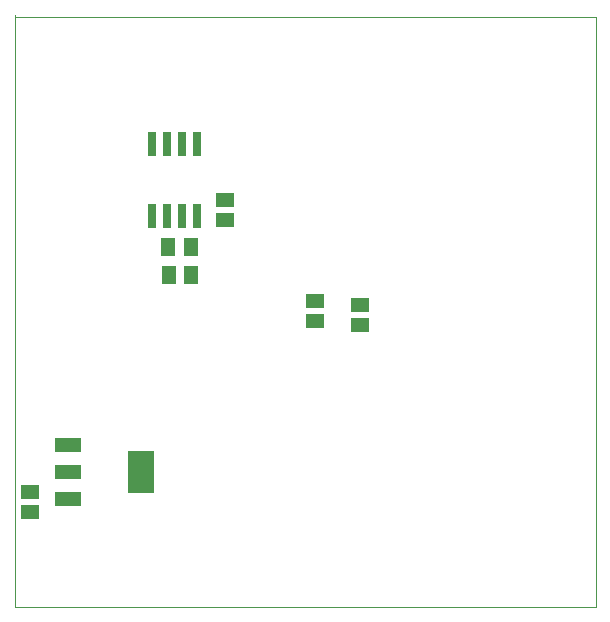
<source format=gtp>
G75*
%MOIN*%
%OFA0B0*%
%FSLAX24Y24*%
%IPPOS*%
%LPD*%
%AMOC8*
5,1,8,0,0,1.08239X$1,22.5*
%
%ADD10C,0.0000*%
%ADD11R,0.0260X0.0800*%
%ADD12R,0.0880X0.0480*%
%ADD13R,0.0866X0.1417*%
%ADD14R,0.0512X0.0591*%
%ADD15R,0.0591X0.0512*%
D10*
X018150Y018150D02*
X037520Y018150D01*
X037520Y037835D01*
X018150Y037835D01*
X018150Y037900D02*
X018150Y018150D01*
D11*
X022743Y031177D03*
X023243Y031177D03*
X023743Y031177D03*
X024243Y031177D03*
X024243Y033597D03*
X023743Y033597D03*
X023243Y033597D03*
X022743Y033597D03*
D12*
X019930Y023560D03*
X019930Y022650D03*
X019930Y021740D03*
D13*
X022370Y022650D03*
D14*
X023295Y029225D03*
X024043Y029225D03*
X024024Y030150D03*
X023276Y030150D03*
D15*
X025150Y031065D03*
X025150Y031735D03*
X028160Y028345D03*
X028160Y027675D03*
X029650Y027565D03*
X029650Y028235D03*
X018650Y021985D03*
X018650Y021315D03*
M02*

</source>
